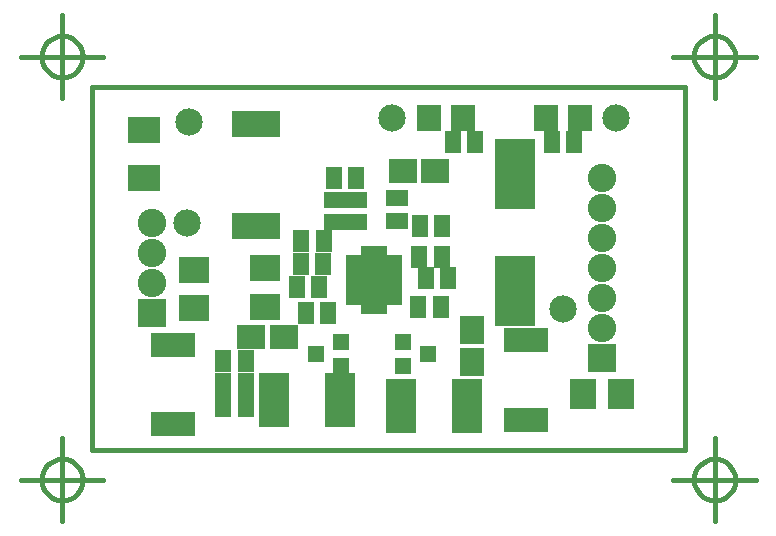
<source format=gts>
G04 (created by PCBNEW-RS274X (2010-03-14)-final) date mar 08 nov 2011 08:15:05 ART*
G01*
G70*
G90*
%MOIN*%
G04 Gerber Fmt 3.4, Leading zero omitted, Abs format*
%FSLAX34Y34*%
G04 APERTURE LIST*
%ADD10C,0.000100*%
%ADD11C,0.015000*%
%ADD12R,0.105000X0.090000*%
%ADD13R,0.146000X0.080000*%
%ADD14R,0.082900X0.090900*%
%ADD15R,0.096700X0.079000*%
%ADD16R,0.079000X0.096700*%
%ADD17R,0.104600X0.090800*%
%ADD18R,0.090800X0.104600*%
%ADD19R,0.095000X0.095000*%
%ADD20C,0.095000*%
%ADD21R,0.161700X0.090800*%
%ADD22R,0.134100X0.232500*%
%ADD23R,0.050700X0.035700*%
%ADD24R,0.052300X0.072000*%
%ADD25R,0.053500X0.031000*%
%ADD26R,0.031000X0.053500*%
%ADD27R,0.029100X0.048500*%
%ADD28C,0.090900*%
%ADD29R,0.055000X0.075000*%
%ADD30R,0.075000X0.055000*%
%ADD31R,0.100000X0.180000*%
%ADD32R,0.056000X0.056000*%
G04 APERTURE END LIST*
G54D10*
G54D11*
X32789Y-10150D02*
X32775Y-10283D01*
X32737Y-10412D01*
X32673Y-10531D01*
X32588Y-10635D01*
X32485Y-10721D01*
X32366Y-10785D01*
X32238Y-10824D01*
X32104Y-10838D01*
X31971Y-10826D01*
X31842Y-10788D01*
X31723Y-10726D01*
X31618Y-10642D01*
X31532Y-10539D01*
X31467Y-10421D01*
X31427Y-10293D01*
X31412Y-10159D01*
X31423Y-10026D01*
X31460Y-09897D01*
X31521Y-09777D01*
X31605Y-09672D01*
X31707Y-09585D01*
X31825Y-09519D01*
X31953Y-09478D01*
X32086Y-09462D01*
X32219Y-09472D01*
X32349Y-09508D01*
X32469Y-09569D01*
X32575Y-09652D01*
X32663Y-09753D01*
X32729Y-09870D01*
X32771Y-09998D01*
X32788Y-10131D01*
X32789Y-10150D01*
X30722Y-10150D02*
X33478Y-10150D01*
X32100Y-08772D02*
X32100Y-11528D01*
X32789Y-24250D02*
X32775Y-24383D01*
X32737Y-24512D01*
X32673Y-24631D01*
X32588Y-24735D01*
X32485Y-24821D01*
X32366Y-24885D01*
X32238Y-24924D01*
X32104Y-24938D01*
X31971Y-24926D01*
X31842Y-24888D01*
X31723Y-24826D01*
X31618Y-24742D01*
X31532Y-24639D01*
X31467Y-24521D01*
X31427Y-24393D01*
X31412Y-24259D01*
X31423Y-24126D01*
X31460Y-23997D01*
X31521Y-23877D01*
X31605Y-23772D01*
X31707Y-23685D01*
X31825Y-23619D01*
X31953Y-23578D01*
X32086Y-23562D01*
X32219Y-23572D01*
X32349Y-23608D01*
X32469Y-23669D01*
X32575Y-23752D01*
X32663Y-23853D01*
X32729Y-23970D01*
X32771Y-24098D01*
X32788Y-24231D01*
X32789Y-24250D01*
X30722Y-24250D02*
X33478Y-24250D01*
X32100Y-22872D02*
X32100Y-25628D01*
X54539Y-24250D02*
X54525Y-24383D01*
X54487Y-24512D01*
X54423Y-24631D01*
X54338Y-24735D01*
X54235Y-24821D01*
X54116Y-24885D01*
X53988Y-24924D01*
X53854Y-24938D01*
X53721Y-24926D01*
X53592Y-24888D01*
X53473Y-24826D01*
X53368Y-24742D01*
X53282Y-24639D01*
X53217Y-24521D01*
X53177Y-24393D01*
X53162Y-24259D01*
X53173Y-24126D01*
X53210Y-23997D01*
X53271Y-23877D01*
X53355Y-23772D01*
X53457Y-23685D01*
X53575Y-23619D01*
X53703Y-23578D01*
X53836Y-23562D01*
X53969Y-23572D01*
X54099Y-23608D01*
X54219Y-23669D01*
X54325Y-23752D01*
X54413Y-23853D01*
X54479Y-23970D01*
X54521Y-24098D01*
X54538Y-24231D01*
X54539Y-24250D01*
X52472Y-24250D02*
X55228Y-24250D01*
X53850Y-22872D02*
X53850Y-25628D01*
X54539Y-10150D02*
X54525Y-10283D01*
X54487Y-10412D01*
X54423Y-10531D01*
X54338Y-10635D01*
X54235Y-10721D01*
X54116Y-10785D01*
X53988Y-10824D01*
X53854Y-10838D01*
X53721Y-10826D01*
X53592Y-10788D01*
X53473Y-10726D01*
X53368Y-10642D01*
X53282Y-10539D01*
X53217Y-10421D01*
X53177Y-10293D01*
X53162Y-10159D01*
X53173Y-10026D01*
X53210Y-09897D01*
X53271Y-09777D01*
X53355Y-09672D01*
X53457Y-09585D01*
X53575Y-09519D01*
X53703Y-09478D01*
X53836Y-09462D01*
X53969Y-09472D01*
X54099Y-09508D01*
X54219Y-09569D01*
X54325Y-09652D01*
X54413Y-09753D01*
X54479Y-09870D01*
X54521Y-09998D01*
X54538Y-10131D01*
X54539Y-10150D01*
X52472Y-10150D02*
X55228Y-10150D01*
X53850Y-08772D02*
X53850Y-11528D01*
X52850Y-23250D02*
X33100Y-23250D01*
X33100Y-11150D02*
X52850Y-11150D01*
X33100Y-23250D02*
X33100Y-11150D01*
X52850Y-11150D02*
X52850Y-23250D01*
G54D12*
X34830Y-12600D03*
X34830Y-14200D03*
G54D13*
X47550Y-22250D03*
X47550Y-19593D03*
X35800Y-19750D03*
X35800Y-22407D03*
G54D14*
X49359Y-12200D03*
X48241Y-12200D03*
X45459Y-12200D03*
X44341Y-12200D03*
G54D15*
X44541Y-13950D03*
X43459Y-13950D03*
G54D16*
X45750Y-20341D03*
X45750Y-19259D03*
G54D15*
X39491Y-19500D03*
X38409Y-19500D03*
G54D17*
X36500Y-18539D03*
X36500Y-17261D03*
G54D18*
X50739Y-21400D03*
X49461Y-21400D03*
G54D17*
X38850Y-17211D03*
X38850Y-18489D03*
G54D19*
X50100Y-20200D03*
G54D20*
X50100Y-19200D03*
X50100Y-18200D03*
X50100Y-17200D03*
X50100Y-16200D03*
X50100Y-15200D03*
X50100Y-14200D03*
G54D19*
X35100Y-18700D03*
G54D20*
X35100Y-17700D03*
X35100Y-16700D03*
X35100Y-15700D03*
G54D21*
X38550Y-15800D03*
X38550Y-12400D03*
G54D22*
X47200Y-14052D03*
X47200Y-17948D03*
G54D23*
X42500Y-18280D03*
G54D24*
X42300Y-17900D03*
X42700Y-17900D03*
X42700Y-17300D03*
G54D25*
X43179Y-17698D03*
X43179Y-17502D03*
X43179Y-17305D03*
X43179Y-17108D03*
X43179Y-16911D03*
X43179Y-18289D03*
X43179Y-18092D03*
X43179Y-17895D03*
X41821Y-17895D03*
X41821Y-18092D03*
X41821Y-18289D03*
X41821Y-16911D03*
X41821Y-17108D03*
X41821Y-17305D03*
X41821Y-17502D03*
X41821Y-17698D03*
G54D26*
X42796Y-16726D03*
X42796Y-18474D03*
X42204Y-18474D03*
G54D27*
X42392Y-16700D03*
G54D23*
X42500Y-16921D03*
G54D27*
X42608Y-16700D03*
X42608Y-18500D03*
G54D26*
X42204Y-16726D03*
G54D27*
X42392Y-18500D03*
G54D24*
X42300Y-17300D03*
G54D28*
X48800Y-18550D03*
X50550Y-12200D03*
X36250Y-15700D03*
G54D29*
X45125Y-13000D03*
X45875Y-13000D03*
X38225Y-21050D03*
X37475Y-21050D03*
X37475Y-20300D03*
X38225Y-20300D03*
X41900Y-14200D03*
X41150Y-14200D03*
X48425Y-13000D03*
X49175Y-13000D03*
G54D30*
X41200Y-15675D03*
X41200Y-14925D03*
X41900Y-14925D03*
X41900Y-15675D03*
G54D29*
X40825Y-16300D03*
X40075Y-16300D03*
X40800Y-17075D03*
X40050Y-17075D03*
X44000Y-16825D03*
X44750Y-16825D03*
X37475Y-21800D03*
X38225Y-21800D03*
X44025Y-15800D03*
X44775Y-15800D03*
X40675Y-17825D03*
X39925Y-17825D03*
X44225Y-17525D03*
X44975Y-17525D03*
X43975Y-18500D03*
X44725Y-18500D03*
X40975Y-18700D03*
X40225Y-18700D03*
G54D30*
X43250Y-15625D03*
X43250Y-14875D03*
G54D31*
X39150Y-21600D03*
X41350Y-21600D03*
X45600Y-21800D03*
X43400Y-21800D03*
G54D28*
X43100Y-12200D03*
G54D32*
X41400Y-19650D03*
X41400Y-20450D03*
X40550Y-20050D03*
X43450Y-20450D03*
X43450Y-19650D03*
X44300Y-20050D03*
G54D28*
X36325Y-12325D03*
M02*

</source>
